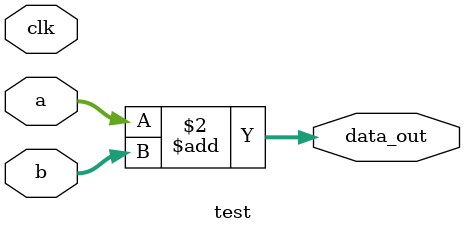
<source format=v>
module test(clk, a, b, data_out);
input clk;
input [3:0] a,b;
output reg [4:0] data_out;

always @(*) begin
	data_out = a + b;
end
endmodule

</source>
